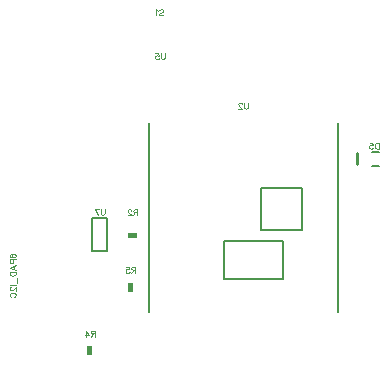
<source format=gbo>
G04 DipTrace 2.3.1.0*
%INBottom Silk Screen.gbr*%
%MOIN*%
%ADD10C,0.0098*%
%ADD12C,0.003*%
%ADD18C,0.006*%
%ADD20C,0.008*%
%FSLAX44Y44*%
G04*
G70*
G90*
G75*
G01*
%LNBotSilk*%
%LPD*%
X11719Y9362D2*
D10*
Y9738D1*
X12226Y9314D2*
D18*
X12462D1*
X12226Y9786D2*
X12462D1*
G36*
X4090Y6895D2*
X4390D1*
Y7075D1*
X4090D1*
Y6895D1*
G37*
G36*
X2725Y3290D2*
X2905D1*
Y2990D1*
X2725D1*
Y3290D1*
G37*
G36*
X4085Y5410D2*
X4265D1*
Y5110D1*
X4085D1*
Y5410D1*
G37*
X4776Y10730D2*
D20*
Y4431D1*
X11076D2*
Y10730D1*
X7276Y6793D2*
X9245D1*
X7276D2*
Y5533D1*
X9245D1*
X8517Y8564D2*
Y7186D1*
X9894D1*
Y8564D1*
X8517D1*
X9245Y6793D2*
Y5533D1*
X2883Y6460D2*
D18*
X3403D1*
Y7580D1*
X2883D1*
Y6460D1*
X175Y6264D2*
D12*
X156Y6273D1*
X147Y6302D1*
Y6321D1*
X156Y6350D1*
X185Y6369D1*
X233Y6378D1*
X281D1*
X319Y6369D1*
X338Y6350D1*
X348Y6321D1*
Y6311D1*
X338Y6283D1*
X319Y6264D1*
X290Y6254D1*
X281D1*
X252Y6264D1*
X233Y6283D1*
X223Y6311D1*
Y6321D1*
X233Y6350D1*
X252Y6369D1*
X281Y6378D1*
X252Y6192D2*
Y6106D1*
X242Y6078D1*
X233Y6068D1*
X214Y6058D1*
X185D1*
X166Y6068D1*
X156Y6078D1*
X147Y6106D1*
Y6192D1*
X348D1*
Y5843D2*
X147Y5920D1*
X348Y5997D1*
X281Y5968D2*
Y5872D1*
X147Y5782D2*
X348D1*
Y5715D1*
X338Y5686D1*
X319Y5667D1*
X300Y5657D1*
X271Y5648D1*
X223D1*
X194Y5657D1*
X175Y5667D1*
X156Y5686D1*
X147Y5715D1*
Y5782D1*
X381Y5586D2*
Y5404D1*
X147Y5343D2*
X348D1*
X195Y5271D2*
X185D1*
X166Y5262D1*
X156Y5252D1*
X147Y5233D1*
Y5195D1*
X156Y5176D1*
X166Y5166D1*
X185Y5156D1*
X204D1*
X223Y5166D1*
X252Y5185D1*
X348Y5281D1*
Y5147D1*
X194Y4942D2*
X175Y4951D1*
X156Y4970D1*
X147Y4989D1*
Y5028D1*
X156Y5047D1*
X175Y5066D1*
X194Y5076D1*
X223Y5085D1*
X271D1*
X300Y5076D1*
X319Y5066D1*
X338Y5047D1*
X348Y5028D1*
Y4989D1*
X338Y4970D1*
X319Y4951D1*
X300Y4942D1*
X12453Y10079D2*
Y9878D1*
X12386D1*
X12357Y9888D1*
X12338Y9907D1*
X12328Y9926D1*
X12319Y9955D1*
Y10003D1*
X12328Y10031D1*
X12338Y10050D1*
X12357Y10070D1*
X12386Y10079D1*
X12453D1*
X12142D2*
X12238D1*
X12247Y9993D1*
X12238Y10002D1*
X12209Y10012D1*
X12180D1*
X12152Y10002D1*
X12132Y9983D1*
X12123Y9955D1*
Y9936D1*
X12132Y9907D1*
X12152Y9888D1*
X12180Y9878D1*
X12209D1*
X12238Y9888D1*
X12247Y9897D1*
X12257Y9916D1*
X4405Y7762D2*
X4319D1*
X4290Y7771D1*
X4280Y7781D1*
X4271Y7800D1*
Y7819D1*
X4280Y7838D1*
X4290Y7848D1*
X4319Y7857D1*
X4405D1*
Y7656D1*
X4338Y7762D2*
X4271Y7656D1*
X4199Y7809D2*
Y7819D1*
X4190Y7838D1*
X4180Y7848D1*
X4161Y7857D1*
X4123D1*
X4104Y7848D1*
X4094Y7838D1*
X4085Y7819D1*
Y7800D1*
X4094Y7781D1*
X4113Y7752D1*
X4209Y7656D1*
X4075D1*
X2984Y3724D2*
X2898D1*
X2870Y3734D1*
X2860Y3743D1*
X2850Y3762D1*
Y3782D1*
X2860Y3801D1*
X2870Y3810D1*
X2898Y3820D1*
X2984D1*
Y3619D1*
X2917Y3724D2*
X2850Y3619D1*
X2693D2*
Y3820D1*
X2789Y3686D1*
X2645D1*
X4339Y5844D2*
X4253D1*
X4225Y5854D1*
X4215Y5863D1*
X4206Y5882D1*
Y5902D1*
X4215Y5921D1*
X4225Y5930D1*
X4253Y5940D1*
X4339D1*
Y5739D1*
X4273Y5844D2*
X4206Y5739D1*
X4029Y5940D2*
X4125D1*
X4134Y5854D1*
X4125Y5863D1*
X4096Y5873D1*
X4067D1*
X4039Y5863D1*
X4019Y5844D1*
X4010Y5815D1*
Y5796D1*
X4019Y5768D1*
X4039Y5748D1*
X4067Y5739D1*
X4096D1*
X4125Y5748D1*
X4134Y5758D1*
X4144Y5777D1*
X5138Y14494D2*
X5157Y14513D1*
X5186Y14523D1*
X5224D1*
X5253Y14513D1*
X5272Y14494D1*
Y14475D1*
X5262Y14456D1*
X5253Y14446D1*
X5234Y14437D1*
X5176Y14418D1*
X5157Y14408D1*
X5147Y14398D1*
X5138Y14379D1*
Y14351D1*
X5157Y14332D1*
X5186Y14322D1*
X5224D1*
X5253Y14332D1*
X5272Y14351D1*
X5076Y14484D2*
X5057Y14494D1*
X5028Y14523D1*
Y14322D1*
X8091Y11417D2*
Y11273D1*
X8081Y11244D1*
X8062Y11225D1*
X8033Y11216D1*
X8014D1*
X7986Y11225D1*
X7966Y11244D1*
X7957Y11273D1*
Y11417D1*
X7885Y11369D2*
Y11378D1*
X7876Y11397D1*
X7866Y11407D1*
X7847Y11416D1*
X7809D1*
X7790Y11407D1*
X7780Y11397D1*
X7771Y11378D1*
Y11359D1*
X7780Y11340D1*
X7799Y11311D1*
X7895Y11216D1*
X7761D1*
X5315Y13063D2*
Y12919D1*
X5305Y12891D1*
X5286Y12872D1*
X5257Y12862D1*
X5238D1*
X5210Y12872D1*
X5190Y12891D1*
X5181Y12919D1*
Y13063D1*
X5004D2*
X5100D1*
X5109Y12977D1*
X5100Y12986D1*
X5071Y12996D1*
X5043D1*
X5014Y12986D1*
X4995Y12967D1*
X4985Y12938D1*
Y12919D1*
X4995Y12891D1*
X5014Y12871D1*
X5043Y12862D1*
X5071D1*
X5100Y12871D1*
X5109Y12881D1*
X5119Y12900D1*
X3308Y7884D2*
Y7740D1*
X3298Y7712D1*
X3279Y7693D1*
X3250Y7683D1*
X3231D1*
X3203Y7693D1*
X3183Y7712D1*
X3174Y7740D1*
Y7884D1*
X3074Y7683D2*
X2978Y7884D1*
X3112D1*
M02*

</source>
